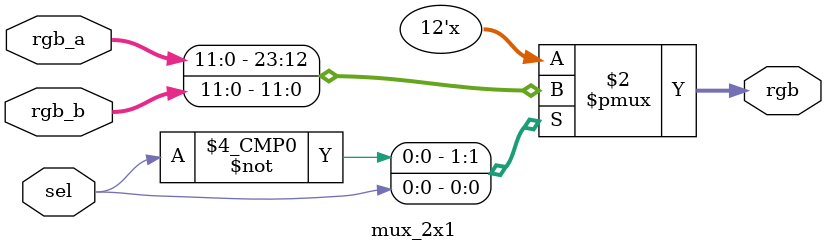
<source format=sv>
`timescale 1ns / 1ps

module VGA_Display_Swtich (
    input  logic       clk,
    input  logic       reset,
    input  logic       sw_mode,
    input  logic [3:0] sw_red,
    input  logic [3:0] sw_green,
    input  logic [3:0] sw_blue,
    output logic [3:0] r_port,
    output logic [3:0] g_port,
    output logic [3:0] b_port,
    output logic       h_sync,
    output logic       v_sync
);
    //wire list
    logic DE;
    logic [9:0] x_pixel;
    logic [9:0] y_pixel;
    logic [3:0] sw_r, sw_g, sw_b;
    logic [3:0] bar_r, bar_g, bar_b;

    VGA_Decoder u_VGA_Decoder (.*);

    VGA_RGB_Switch u_VGA_RGB_Switch (
        .*,
        .r_port(sw_r),
        .g_port(sw_g),
        .b_port(sw_b)
    );

    VGA_ColorBar u_VGA_ColorBar (
        .*,
        .r_port(bar_r),
        .g_port(bar_g),
        .b_port(bar_b)
    );

    mux_2x1 u_mux_2x1 ( // 스위치로 원하는 화면 출력
        .sel  (sw_mode),
        .rgb_a({sw_r, sw_g, sw_b}),     // sw color
        .rgb_b({bar_r, bar_g, bar_b}),    //color bar
        .rgb  ({r_port, g_port, b_port})
    );
endmodule

module mux_2x1 (
    input  logic        sel,
    input  logic [11:0] rgb_a,
    input  logic [11:0] rgb_b,
    output logic [11:0] rgb
);

    always_comb begin
        case (sel)
            1'b0: rgb = rgb_a;
            1'b1: rgb = rgb_b;
        endcase
    end
endmodule

</source>
